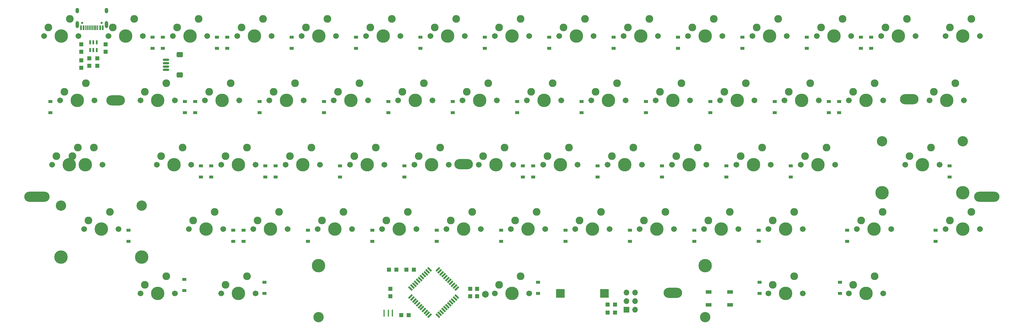
<source format=gbs>
G04 #@! TF.GenerationSoftware,KiCad,Pcbnew,(5.99.0-11336-g5116fa6d12)*
G04 #@! TF.CreationDate,2021-07-31T15:39:07+02:00*
G04 #@! TF.ProjectId,plain60-flex-mkd-hhkb,706c6169-6e36-4302-9d66-6c65782d6d6b,rev?*
G04 #@! TF.SameCoordinates,Original*
G04 #@! TF.FileFunction,Soldermask,Bot*
G04 #@! TF.FilePolarity,Negative*
%FSLAX46Y46*%
G04 Gerber Fmt 4.6, Leading zero omitted, Abs format (unit mm)*
G04 Created by KiCad (PCBNEW (5.99.0-11336-g5116fa6d12)) date 2021-07-31 15:39:07*
%MOMM*%
%LPD*%
G01*
G04 APERTURE LIST*
G04 Aperture macros list*
%AMRoundRect*
0 Rectangle with rounded corners*
0 $1 Rounding radius*
0 $2 $3 $4 $5 $6 $7 $8 $9 X,Y pos of 4 corners*
0 Add a 4 corners polygon primitive as box body*
4,1,4,$2,$3,$4,$5,$6,$7,$8,$9,$2,$3,0*
0 Add four circle primitives for the rounded corners*
1,1,$1+$1,$2,$3*
1,1,$1+$1,$4,$5*
1,1,$1+$1,$6,$7*
1,1,$1+$1,$8,$9*
0 Add four rect primitives between the rounded corners*
20,1,$1+$1,$2,$3,$4,$5,0*
20,1,$1+$1,$4,$5,$6,$7,0*
20,1,$1+$1,$6,$7,$8,$9,0*
20,1,$1+$1,$8,$9,$2,$3,0*%
%AMRotRect*
0 Rectangle, with rotation*
0 The origin of the aperture is its center*
0 $1 length*
0 $2 width*
0 $3 Rotation angle, in degrees counterclockwise*
0 Add horizontal line*
21,1,$1,$2,0,0,$3*%
G04 Aperture macros list end*
%ADD10C,2.286000*%
%ADD11C,1.701800*%
%ADD12C,3.987800*%
%ADD13C,3.048000*%
%ADD14O,7.500000X3.000000*%
%ADD15O,5.500000X3.000000*%
%ADD16R,1.200000X0.900000*%
%ADD17RotRect,1.500000X0.550000X135.000000*%
%ADD18RotRect,1.500000X0.550000X45.000000*%
%ADD19R,0.400000X2.000000*%
%ADD20R,1.700000X1.000000*%
%ADD21R,1.200000X1.300000*%
%ADD22C,2.000000*%
%ADD23R,1.300000X1.200000*%
%ADD24C,0.650000*%
%ADD25R,0.600000X1.450000*%
%ADD26R,0.300000X1.450000*%
%ADD27O,1.000000X2.100000*%
%ADD28O,1.000000X1.600000*%
%ADD29R,1.200000X1.250000*%
%ADD30R,1.250000X1.200000*%
%ADD31R,0.600000X1.200000*%
%ADD32R,1.700000X1.700000*%
%ADD33O,1.700000X1.700000*%
%ADD34R,2.500000X2.500000*%
%ADD35RoundRect,0.150000X0.775000X-0.150000X0.775000X0.150000X-0.775000X0.150000X-0.775000X-0.150000X0*%
%ADD36RoundRect,0.332800X0.567200X-0.467200X0.567200X0.467200X-0.567200X0.467200X-0.567200X-0.467200X0*%
G04 APERTURE END LIST*
D10*
X78740000Y-23495000D03*
X72390000Y-26035000D03*
D11*
X71120000Y-28575000D03*
D12*
X76200000Y-28575000D03*
D11*
X81280000Y-28575000D03*
D10*
X97790000Y-23495000D03*
X91440000Y-26035000D03*
D11*
X100330000Y-28575000D03*
D12*
X95250000Y-28575000D03*
D11*
X90170000Y-28575000D03*
D10*
X154940000Y-23495000D03*
X148590000Y-26035000D03*
D12*
X152400000Y-28575000D03*
D11*
X157480000Y-28575000D03*
X147320000Y-28575000D03*
D10*
X173990000Y-23495000D03*
X167640000Y-26035000D03*
D11*
X166370000Y-28575000D03*
D12*
X171450000Y-28575000D03*
D11*
X176530000Y-28575000D03*
D10*
X135890000Y-23495000D03*
X129540000Y-26035000D03*
D12*
X133350000Y-28575000D03*
D11*
X138430000Y-28575000D03*
X128270000Y-28575000D03*
D10*
X116840000Y-23495000D03*
X110490000Y-26035000D03*
D11*
X109220000Y-28575000D03*
X119380000Y-28575000D03*
D12*
X114300000Y-28575000D03*
D10*
X16827500Y-23495000D03*
X10477500Y-26035000D03*
D11*
X19367500Y-28575000D03*
X9207500Y-28575000D03*
D12*
X14287500Y-28575000D03*
D10*
X145415000Y-4445000D03*
X139065000Y-6985000D03*
D12*
X142875000Y-9525000D03*
D11*
X147955000Y-9525000D03*
X137795000Y-9525000D03*
D10*
X183515000Y-4445000D03*
X177165000Y-6985000D03*
D11*
X186055000Y-9525000D03*
X175895000Y-9525000D03*
D12*
X180975000Y-9525000D03*
D10*
X88265000Y-4445000D03*
X81915000Y-6985000D03*
D11*
X90805000Y-9525000D03*
D12*
X85725000Y-9525000D03*
D11*
X80645000Y-9525000D03*
D10*
X240665000Y-4445000D03*
X234315000Y-6985000D03*
D11*
X243205000Y-9525000D03*
D12*
X238125000Y-9525000D03*
D11*
X233045000Y-9525000D03*
D10*
X221615000Y-4445000D03*
X215265000Y-6985000D03*
D11*
X224155000Y-9525000D03*
X213995000Y-9525000D03*
D12*
X219075000Y-9525000D03*
D10*
X202565000Y-4445000D03*
X196215000Y-6985000D03*
D12*
X200025000Y-9525000D03*
D11*
X205105000Y-9525000D03*
X194945000Y-9525000D03*
D10*
X164465000Y-4445000D03*
X158115000Y-6985000D03*
D11*
X156845000Y-9525000D03*
D12*
X161925000Y-9525000D03*
D11*
X167005000Y-9525000D03*
D10*
X126365000Y-4445000D03*
X120015000Y-6985000D03*
D11*
X118745000Y-9525000D03*
D12*
X123825000Y-9525000D03*
D11*
X128905000Y-9525000D03*
D10*
X107315000Y-4445000D03*
X100965000Y-6985000D03*
D11*
X99695000Y-9525000D03*
X109855000Y-9525000D03*
D12*
X104775000Y-9525000D03*
D10*
X69215000Y-4445000D03*
X62865000Y-6985000D03*
D12*
X66675000Y-9525000D03*
D11*
X71755000Y-9525000D03*
X61595000Y-9525000D03*
D10*
X31115000Y-4445000D03*
X24765000Y-6985000D03*
D12*
X28575000Y-9525000D03*
D11*
X33655000Y-9525000D03*
X23495000Y-9525000D03*
D10*
X12065000Y-4445000D03*
X5715000Y-6985000D03*
D11*
X4445000Y-9525000D03*
D12*
X9525000Y-9525000D03*
D11*
X14605000Y-9525000D03*
D10*
X40640000Y-80645000D03*
X34290000Y-83185000D03*
D11*
X43180000Y-85725000D03*
X33020000Y-85725000D03*
D12*
X38100000Y-85725000D03*
D10*
X150177500Y-61595000D03*
X143827500Y-64135000D03*
D11*
X152717500Y-66675000D03*
X142557500Y-66675000D03*
D12*
X147637500Y-66675000D03*
D10*
X226377500Y-61595000D03*
X220027500Y-64135000D03*
D12*
X223837500Y-66675000D03*
D11*
X228917500Y-66675000D03*
X218757500Y-66675000D03*
D10*
X169227500Y-61595000D03*
X162877500Y-64135000D03*
D11*
X171767500Y-66675000D03*
D12*
X166687500Y-66675000D03*
D11*
X161607500Y-66675000D03*
D10*
X131127500Y-61595000D03*
X124777500Y-64135000D03*
D11*
X123507500Y-66675000D03*
D12*
X128587500Y-66675000D03*
D11*
X133667500Y-66675000D03*
D10*
X188277500Y-61595000D03*
X181927500Y-64135000D03*
D11*
X180657500Y-66675000D03*
D12*
X185737500Y-66675000D03*
D11*
X190817500Y-66675000D03*
D10*
X250190000Y-23495000D03*
X243840000Y-26035000D03*
D11*
X252730000Y-28575000D03*
D12*
X247650000Y-28575000D03*
D11*
X242570000Y-28575000D03*
D10*
X54927500Y-61595000D03*
X48577500Y-64135000D03*
D12*
X52387500Y-66675000D03*
D11*
X57467500Y-66675000D03*
X47307500Y-66675000D03*
D10*
X193040000Y-23495000D03*
X186690000Y-26035000D03*
D11*
X195580000Y-28575000D03*
D12*
X190500000Y-28575000D03*
D11*
X185420000Y-28575000D03*
D10*
X121602500Y-42545000D03*
X115252500Y-45085000D03*
D11*
X124142500Y-47625000D03*
D12*
X119062500Y-47625000D03*
D11*
X113982500Y-47625000D03*
D10*
X64452500Y-42545000D03*
X58102500Y-45085000D03*
D11*
X66992500Y-47625000D03*
X56832500Y-47625000D03*
D12*
X61912500Y-47625000D03*
D10*
X266858700Y-42545000D03*
X260508700Y-45085000D03*
D13*
X276256700Y-40640000D03*
X252380700Y-40640000D03*
D12*
X264318700Y-47625000D03*
X252380700Y-55880000D03*
X276256700Y-55880000D03*
D11*
X269398700Y-47625000D03*
X259238700Y-47625000D03*
D10*
X278765000Y-61595000D03*
X272415000Y-64135000D03*
D11*
X281305000Y-66675000D03*
X271145000Y-66675000D03*
D12*
X276225000Y-66675000D03*
D10*
X178752500Y-42545000D03*
X172402500Y-45085000D03*
D11*
X171132500Y-47625000D03*
X181292500Y-47625000D03*
D12*
X176212500Y-47625000D03*
D10*
X274002487Y-23495061D03*
X267652487Y-26035061D03*
D12*
X271462487Y-28575061D03*
D11*
X266382487Y-28575061D03*
X276542487Y-28575061D03*
D10*
X231140000Y-23495000D03*
X224790000Y-26035000D03*
D11*
X233680000Y-28575000D03*
X223520000Y-28575000D03*
D12*
X228600000Y-28575000D03*
D10*
X64452500Y-80645000D03*
X58102500Y-83185000D03*
D11*
X56832500Y-85725000D03*
X66992500Y-85725000D03*
D12*
X61912500Y-85725000D03*
D10*
X83502500Y-42545000D03*
X77152500Y-45085000D03*
D12*
X80962500Y-47625000D03*
D11*
X86042500Y-47625000D03*
X75882500Y-47625000D03*
D10*
X159702500Y-42545000D03*
X153352500Y-45085000D03*
D11*
X152082500Y-47625000D03*
X162242500Y-47625000D03*
D12*
X157162500Y-47625000D03*
D10*
X102552500Y-42545000D03*
X96202500Y-45085000D03*
D12*
X100012500Y-47625000D03*
D11*
X105092500Y-47625000D03*
X94932500Y-47625000D03*
D10*
X45402500Y-42545000D03*
X39052500Y-45085000D03*
D12*
X42862500Y-47625000D03*
D11*
X37782500Y-47625000D03*
X47942500Y-47625000D03*
D10*
X197802500Y-42545000D03*
X191452500Y-45085000D03*
D11*
X200342500Y-47625000D03*
D12*
X195262500Y-47625000D03*
D11*
X190182500Y-47625000D03*
D10*
X23971250Y-61595000D03*
X17621250Y-64135000D03*
D13*
X9493250Y-59690000D03*
D12*
X9493250Y-74930000D03*
D11*
X26511250Y-66675000D03*
D12*
X33369250Y-74930000D03*
D13*
X33369250Y-59690000D03*
D11*
X16351250Y-66675000D03*
D12*
X21431250Y-66675000D03*
D10*
X235902500Y-42545000D03*
X229552500Y-45085000D03*
D12*
X233362500Y-47625000D03*
D11*
X228282500Y-47625000D03*
X238442500Y-47625000D03*
D10*
X216852500Y-42545000D03*
X210502500Y-45085000D03*
D11*
X219392500Y-47625000D03*
X209232500Y-47625000D03*
D12*
X214312500Y-47625000D03*
D10*
X212090000Y-23495000D03*
X205740000Y-26035000D03*
D11*
X204470000Y-28575000D03*
X214630000Y-28575000D03*
D12*
X209550000Y-28575000D03*
D10*
X140652500Y-42545000D03*
X134302500Y-45085000D03*
D12*
X138112500Y-47625000D03*
D11*
X143192500Y-47625000D03*
X133032500Y-47625000D03*
D10*
X19208750Y-42545000D03*
X12858750Y-45085000D03*
D12*
X16668750Y-47625000D03*
D11*
X11588750Y-47625000D03*
X21748750Y-47625000D03*
D10*
X112077500Y-61595000D03*
X105727500Y-64135000D03*
D11*
X104457500Y-66675000D03*
D12*
X109537500Y-66675000D03*
D11*
X114617500Y-66675000D03*
D10*
X250190000Y-80645000D03*
X243840000Y-83185000D03*
D12*
X247650000Y-85725000D03*
D11*
X252730000Y-85725000D03*
X242570000Y-85725000D03*
D10*
X73977500Y-61595000D03*
X67627500Y-64135000D03*
D12*
X71437500Y-66675000D03*
D11*
X76517500Y-66675000D03*
X66357500Y-66675000D03*
D10*
X226377500Y-80645000D03*
X220027500Y-83185000D03*
D11*
X228917500Y-85725000D03*
D12*
X223837500Y-85725000D03*
D11*
X218757500Y-85725000D03*
D14*
X283368988Y-57125000D03*
X2381252Y-57125000D03*
D10*
X40640000Y-23495000D03*
X34290000Y-26035000D03*
D11*
X43180000Y-28575000D03*
X33020000Y-28575000D03*
D12*
X38100000Y-28575000D03*
D15*
X190500160Y-85525000D03*
D10*
X93027500Y-61595000D03*
X86677500Y-64135000D03*
D12*
X90487500Y-66675000D03*
D11*
X95567500Y-66675000D03*
X85407500Y-66675000D03*
D10*
X14446277Y-42544925D03*
X8096277Y-45084925D03*
D11*
X16986277Y-47624925D03*
D12*
X11906277Y-47624925D03*
D11*
X6826277Y-47624925D03*
D15*
X260425000Y-28227050D03*
D10*
X259714977Y-4445061D03*
X253364977Y-6985061D03*
D11*
X262254977Y-9525061D03*
X252094977Y-9525061D03*
D12*
X257174977Y-9525061D03*
D10*
X252571287Y-61595061D03*
X246221287Y-64135061D03*
D11*
X244951287Y-66675061D03*
X255111287Y-66675061D03*
D12*
X250031287Y-66675061D03*
D10*
X278765087Y-4444961D03*
X272415087Y-6984961D03*
D11*
X271145087Y-9524961D03*
X281305087Y-9524961D03*
D12*
X276225087Y-9524961D03*
D10*
X207327500Y-61595000D03*
X200977500Y-64135000D03*
D11*
X199707500Y-66675000D03*
X209867500Y-66675000D03*
D12*
X204787500Y-66675000D03*
D15*
X128587608Y-47425040D03*
D10*
X59690000Y-23495000D03*
X53340000Y-26035000D03*
D12*
X57150000Y-28575000D03*
D11*
X62230000Y-28575000D03*
X52070000Y-28575000D03*
D15*
X25600000Y-28576024D03*
D13*
X85693250Y-92710000D03*
D12*
X85693250Y-77470000D03*
D13*
X200056750Y-92710000D03*
D12*
X200056750Y-77470000D03*
D10*
X145415000Y-80645000D03*
X139065000Y-83185000D03*
D12*
X142875000Y-85725000D03*
D11*
X147955000Y-85725000D03*
X137795000Y-85725000D03*
D10*
X50165000Y-4445000D03*
X43815000Y-6985000D03*
D11*
X52705000Y-9525000D03*
D12*
X47625000Y-9525000D03*
D11*
X42545000Y-9525000D03*
D16*
X239932417Y-85725561D03*
X239932417Y-82425561D03*
X216098619Y-85725561D03*
X216098619Y-82425561D03*
X150614189Y-85725561D03*
X150614189Y-82425561D03*
X69679287Y-85725561D03*
X69679287Y-82425561D03*
X268225000Y-70325000D03*
X268225000Y-67025000D03*
X242031460Y-70325056D03*
X242031460Y-67025056D03*
X215837500Y-70325000D03*
X215837500Y-67025000D03*
X196787500Y-70325000D03*
X196787500Y-67025000D03*
X139637500Y-70325000D03*
X139637500Y-67025000D03*
X101537500Y-70325000D03*
X101537500Y-67025000D03*
X82487500Y-70325000D03*
X82487500Y-67025000D03*
X220600000Y-32225000D03*
X220600000Y-28925000D03*
X225362500Y-51275000D03*
X225362500Y-47975000D03*
X49150000Y-32225000D03*
X49150000Y-28925000D03*
X182500000Y-32225000D03*
X182500000Y-28925000D03*
X206312500Y-51275000D03*
X206312500Y-47975000D03*
X111062500Y-51275000D03*
X111062500Y-47975000D03*
X53912500Y-51275000D03*
X53912500Y-47975000D03*
X187262500Y-51275000D03*
X187262500Y-47975000D03*
X146112500Y-51275000D03*
X146112500Y-47975000D03*
X50862500Y-51275000D03*
X50862500Y-47975000D03*
X72962500Y-51275000D03*
X72962500Y-47975000D03*
X106300000Y-32225000D03*
X106300000Y-28925000D03*
X201550000Y-32225000D03*
X201550000Y-28925000D03*
X125350000Y-32225000D03*
X125350000Y-28925000D03*
X163450000Y-32225000D03*
X163450000Y-28925000D03*
X149162500Y-51275000D03*
X149162500Y-47975000D03*
X92012500Y-51275000D03*
X92012500Y-47975000D03*
X60387500Y-70325000D03*
X60387500Y-67025000D03*
X158687500Y-70325000D03*
X158687500Y-67025000D03*
X272318700Y-51275000D03*
X272318700Y-47975000D03*
X45904299Y-84900061D03*
X45904299Y-81600061D03*
X168212500Y-51275000D03*
X168212500Y-47975000D03*
X87250000Y-32225000D03*
X87250000Y-28925000D03*
X239650000Y-32225000D03*
X239650000Y-28925000D03*
X69912500Y-51275000D03*
X69912500Y-47975000D03*
X144400000Y-32225000D03*
X144400000Y-28925000D03*
X177737500Y-70325000D03*
X177737500Y-67025000D03*
X120587500Y-70325000D03*
X120587500Y-67025000D03*
X68200000Y-32225000D03*
X68200000Y-28925000D03*
D17*
X126576021Y-86684407D03*
X126010335Y-87250092D03*
X125444650Y-87815777D03*
X124878965Y-88381463D03*
X124313279Y-88947148D03*
X123747594Y-89512834D03*
X123181908Y-90078519D03*
X122616223Y-90644205D03*
X122050537Y-91209890D03*
X121484852Y-91775575D03*
X120919167Y-92341261D03*
D18*
X118515003Y-92341261D03*
X117949318Y-91775575D03*
X117383633Y-91209890D03*
X116817947Y-90644205D03*
X116252262Y-90078519D03*
X115686576Y-89512834D03*
X115120891Y-88947148D03*
X114555205Y-88381463D03*
X113989520Y-87815777D03*
X113423835Y-87250092D03*
X112858149Y-86684407D03*
D17*
X112858149Y-84280243D03*
X113423835Y-83714558D03*
X113989520Y-83148873D03*
X114555205Y-82583187D03*
X115120891Y-82017502D03*
X115686576Y-81451816D03*
X116252262Y-80886131D03*
X116817947Y-80320445D03*
X117383633Y-79754760D03*
X117949318Y-79189075D03*
X118515003Y-78623389D03*
D18*
X120919167Y-78623389D03*
X121484852Y-79189075D03*
X122050537Y-79754760D03*
X122616223Y-80320445D03*
X123181908Y-80886131D03*
X123747594Y-81451816D03*
X124313279Y-82017502D03*
X124878965Y-82583187D03*
X125444650Y-83148873D03*
X126010335Y-83714558D03*
X126576021Y-84280243D03*
D19*
X105079287Y-91600061D03*
X107479287Y-91600061D03*
X106279287Y-91600061D03*
D20*
X201079287Y-85300061D03*
X207379287Y-85300061D03*
X207379287Y-89100061D03*
X201079287Y-89100061D03*
D21*
X106479287Y-78700061D03*
X108679287Y-78700061D03*
D16*
X172975000Y-13175000D03*
X172975000Y-9875000D03*
X153925000Y-13175000D03*
X153925000Y-9875000D03*
X230125000Y-13175000D03*
X230125000Y-9875000D03*
X192025000Y-13175000D03*
X192025000Y-9875000D03*
X246125000Y-13175000D03*
X246125000Y-9875000D03*
X46100000Y-32225000D03*
X46100000Y-28925000D03*
X6287500Y-32225000D03*
X6287500Y-28925000D03*
X211075000Y-13175000D03*
X211075000Y-9875000D03*
X115825000Y-13175000D03*
X115825000Y-9875000D03*
X55625000Y-13175000D03*
X55625000Y-9875000D03*
X77725000Y-13175000D03*
X77725000Y-9875000D03*
X134875000Y-13175000D03*
X134875000Y-9875000D03*
X96775000Y-13175000D03*
X96775000Y-9875000D03*
X58675000Y-13175000D03*
X58675000Y-9875000D03*
D22*
X134979287Y-85950061D03*
D23*
X17859390Y-18364077D03*
X17859390Y-16164077D03*
D24*
X21458000Y-5630000D03*
X15678000Y-5630000D03*
D25*
X15343000Y-7075000D03*
X16118000Y-7075000D03*
D26*
X16818000Y-7075000D03*
X17318000Y-7075000D03*
X17818000Y-7075000D03*
X18318000Y-7075000D03*
X18818000Y-7075000D03*
X19318000Y-7075000D03*
X19818000Y-7075000D03*
X20318000Y-7075000D03*
D25*
X21018000Y-7075000D03*
X21793000Y-7075000D03*
D27*
X22888000Y-6160000D03*
D28*
X22888000Y-1980000D03*
X14248000Y-1980000D03*
D27*
X14248000Y-6160000D03*
D16*
X63437500Y-70325000D03*
X63437500Y-67025000D03*
D29*
X110129287Y-92150061D03*
X112329287Y-92150061D03*
D30*
X130529287Y-84400061D03*
X130529287Y-86600061D03*
D16*
X29431250Y-70325000D03*
X29431250Y-67025000D03*
X236600000Y-32225000D03*
X236600000Y-28925000D03*
D23*
X15478138Y-18959390D03*
X15478138Y-16759390D03*
D16*
X36575000Y-13175000D03*
X36575000Y-9875000D03*
D23*
X20240642Y-16164077D03*
X20240642Y-18364077D03*
D29*
X171189287Y-91371313D03*
X173389287Y-91371313D03*
D30*
X106929287Y-86550061D03*
X106929287Y-84350061D03*
D21*
X173389287Y-88990061D03*
X171189287Y-88990061D03*
D23*
X22621894Y-11996886D03*
X22621894Y-14196886D03*
D16*
X39625000Y-13175000D03*
X39625000Y-9875000D03*
D31*
X18100016Y-11351573D03*
X19050016Y-11351573D03*
X20000016Y-11351573D03*
X20000016Y-13651573D03*
X19050016Y-13651573D03*
X18100016Y-13651573D03*
D32*
X176729287Y-90510061D03*
D33*
X179269287Y-90510061D03*
X176729287Y-87970061D03*
X179269287Y-87970061D03*
X176729287Y-85430061D03*
X179269287Y-85430061D03*
D23*
X15478138Y-14196886D03*
X15478138Y-11996886D03*
D34*
X157211075Y-85725072D03*
X170211075Y-85725072D03*
D30*
X132529287Y-84400061D03*
X132529287Y-86600061D03*
D29*
X113829287Y-78700061D03*
X111629287Y-78700061D03*
D35*
X40548273Y-16549549D03*
X40548273Y-17549549D03*
X40548273Y-18549549D03*
X40548273Y-19549549D03*
D36*
X44573273Y-15049549D03*
X44573273Y-21049549D03*
D16*
X249174977Y-13175061D03*
X249174977Y-9875061D03*
M02*

</source>
